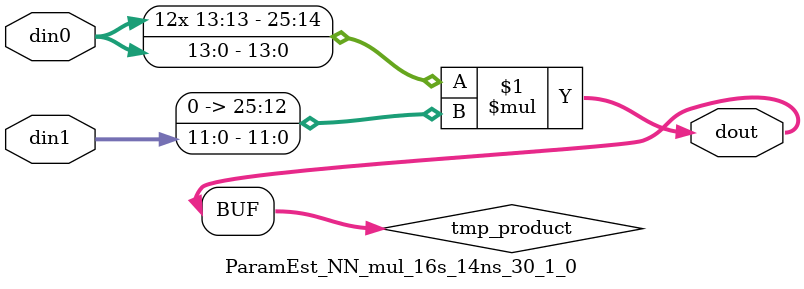
<source format=v>

`timescale 1 ns / 1 ps

  module ParamEst_NN_mul_16s_14ns_30_1_0(din0, din1, dout);
parameter ID = 1;
parameter NUM_STAGE = 0;
parameter din0_WIDTH = 14;
parameter din1_WIDTH = 12;
parameter dout_WIDTH = 26;

input [din0_WIDTH - 1 : 0] din0; 
input [din1_WIDTH - 1 : 0] din1; 
output [dout_WIDTH - 1 : 0] dout;

wire signed [dout_WIDTH - 1 : 0] tmp_product;












assign tmp_product = $signed(din0) * $signed({1'b0, din1});









assign dout = tmp_product;







endmodule

</source>
